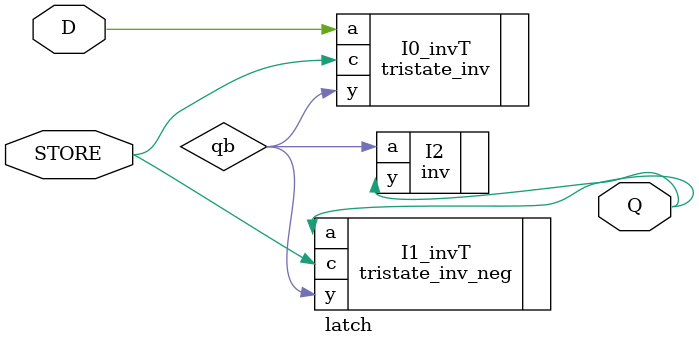
<source format=v>
`timescale 1ns / 1ps


module latch(
    input D,
    input STORE,
    output Q);
    
    wire qb;
    
    tristate_inv I0_invT(
    .a(D),
    .c(STORE),
    .y(qb));
    
    inv I2(
    .a(qb),
    .y(Q));
    
    tristate_inv_neg I1_invT(
    .a(Q),
    .c(STORE),
    .y(qb));
    
    
endmodule

</source>
